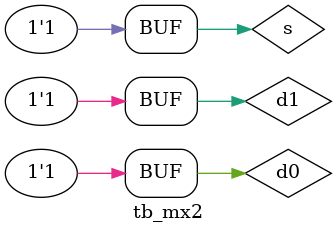
<source format=v>
`timescale 1ns/100ps		// set timescale unit/precision

module tb_mx2;

	reg d0, d1, s;		// declare 3 inputs for 2 in 1 mux
	wire y;		// declare 1 output for 2 in 1 mux
	
	mx2 mx20(d0, d1, s, y);		// execute mx2
	
	initial begin		// for 8 cases with the tower of 2 to 3
	#0; d0 = 0; d1 = 0; s = 0;
	#10; d0 = 0; d1 = 0; s = 1;
	
	#10; d0 = 0; d1 = 1; s = 0;
	#10; d0 = 0; d1 = 1; s = 1;
	
	#10; d0 = 1; d1 = 0; s = 0;
	#10; d0 = 1; d1 = 0; s = 1;
	
	#10; d0 = 1; d1 = 1; s = 0;
	#10; d0 = 1; d1 = 1; s = 1;
	#10;
	
	end		// initial end
endmodule

</source>
